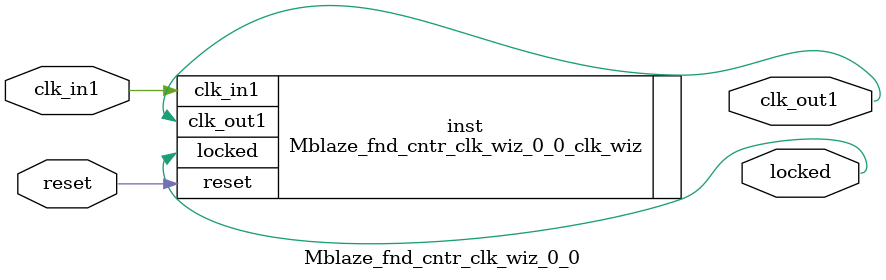
<source format=v>


`timescale 1ps/1ps

(* CORE_GENERATION_INFO = "Mblaze_fnd_cntr_clk_wiz_0_0,clk_wiz_v6_0_4_0_0,{component_name=Mblaze_fnd_cntr_clk_wiz_0_0,use_phase_alignment=true,use_min_o_jitter=false,use_max_i_jitter=false,use_dyn_phase_shift=false,use_inclk_switchover=false,use_dyn_reconfig=false,enable_axi=0,feedback_source=FDBK_AUTO,PRIMITIVE=MMCM,num_out_clk=1,clkin1_period=10.000,clkin2_period=10.000,use_power_down=false,use_reset=true,use_locked=true,use_inclk_stopped=false,feedback_type=SINGLE,CLOCK_MGR_TYPE=NA,manual_override=false}" *)

module Mblaze_fnd_cntr_clk_wiz_0_0 
 (
  // Clock out ports
  output        clk_out1,
  // Status and control signals
  input         reset,
  output        locked,
 // Clock in ports
  input         clk_in1
 );

  Mblaze_fnd_cntr_clk_wiz_0_0_clk_wiz inst
  (
  // Clock out ports  
  .clk_out1(clk_out1),
  // Status and control signals               
  .reset(reset), 
  .locked(locked),
 // Clock in ports
  .clk_in1(clk_in1)
  );

endmodule

</source>
